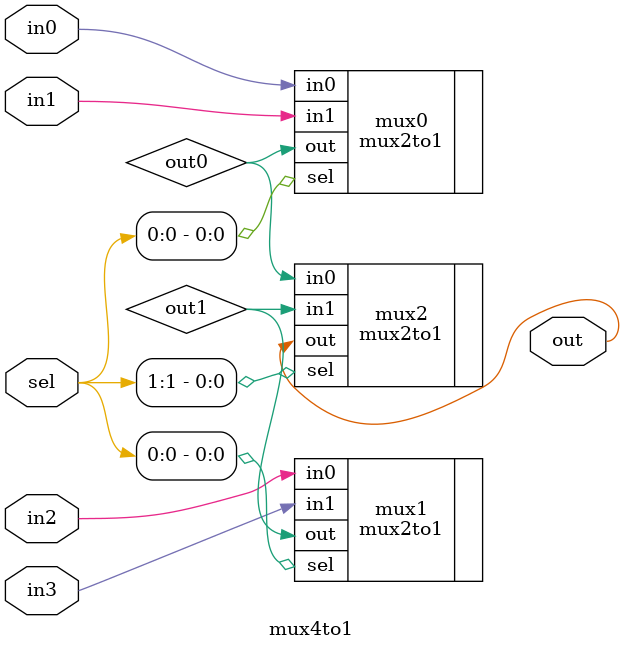
<source format=v>
module mux4to1 (
    input wire [1:0] sel,
    input wire in0, in1, in2, in3,
    output wire out
);
    wire out0, out1;

    mux2to1 mux0 (
        .sel(sel[0]),
        .in0(in0),
        .in1(in1),
        .out(out0)
    );
    mux2to1 mux1 (
        .sel(sel[0]),
        .in0(in2),
        .in1(in3),
        .out(out1)
    );
    mux2to1 mux2 (
        .sel(sel[1]),
        .in0(out0),
        .in1(out1),
        .out(out)
    );
endmodule

</source>
